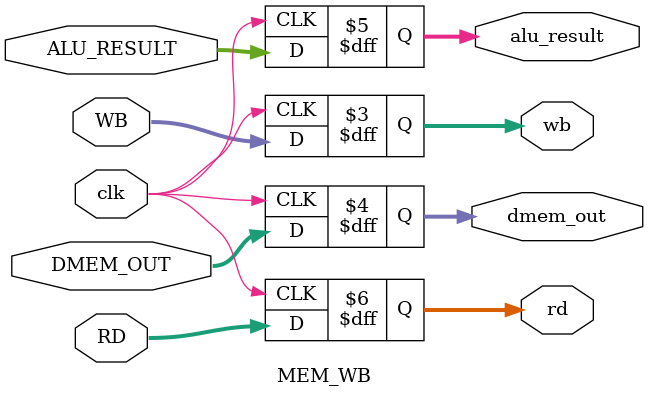
<source format=v>
`timescale 1ns / 1ps


module MEM_WB(
    input [1:0] WB,
    input [31:0] DMEM_OUT,
    input [31:0] ALU_RESULT,
    input [4:0] RD,
    output reg [1:0] wb,
    output reg [31:0] dmem_out,
    output reg [31:0] alu_result,
    output reg [4:0] rd,
    input clk
    );

    initial begin
        wb <= 0;
        dmem_out <= 0;
        alu_result <= 0;
        rd <= 0;
    end

    always @(posedge clk) begin
        wb <= WB;
        dmem_out <= DMEM_OUT;
        alu_result <= ALU_RESULT;
        rd <= RD;
    end

endmodule

</source>
